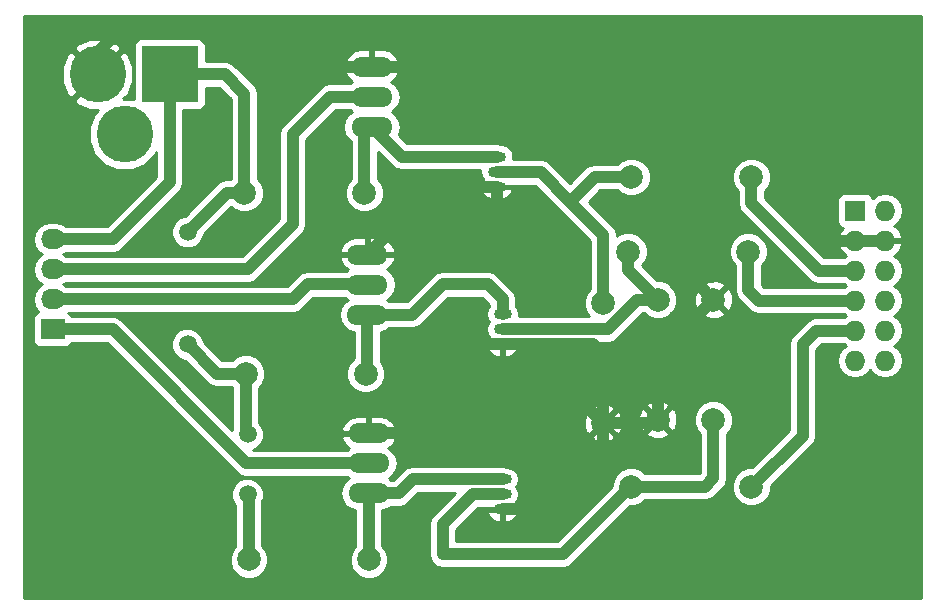
<source format=gbr>
G04 #@! TF.FileFunction,Copper,L2,Bot*
%FSLAX46Y46*%
G04 Gerber Fmt 4.6, Leading zero omitted, Abs format (unit mm)*
G04 Created by KiCad (PCBNEW 4.0.0-1rc2.201511201506+6189~38~ubuntu14.04.1-stable) date dom 29 nov 2015 21:26:02 COT*
%MOMM*%
G01*
G04 APERTURE LIST*
%ADD10C,0.100000*%
%ADD11C,4.800600*%
%ADD12R,4.800600X4.800600*%
%ADD13R,1.727200X1.727200*%
%ADD14O,1.727200X1.727200*%
%ADD15R,2.032000X1.727200*%
%ADD16O,2.032000X1.727200*%
%ADD17O,1.501140X0.899160*%
%ADD18O,3.500120X1.699260*%
%ADD19C,1.998980*%
%ADD20C,1.500000*%
%ADD21C,1.000000*%
%ADD22C,0.254000*%
G04 APERTURE END LIST*
D10*
D11*
X115570000Y-45720000D03*
D12*
X121666000Y-45720000D03*
D11*
X117856000Y-50800000D03*
D13*
X179717700Y-57251600D03*
D14*
X182257700Y-57251600D03*
X179717700Y-59791600D03*
X182257700Y-59791600D03*
X179717700Y-62331600D03*
X182257700Y-62331600D03*
X179717700Y-64871600D03*
X182257700Y-64871600D03*
X179717700Y-67411600D03*
X182257700Y-67411600D03*
X179717700Y-69951600D03*
X182257700Y-69951600D03*
D15*
X111760000Y-67310000D03*
D16*
X111760000Y-64770000D03*
X111760000Y-62230000D03*
X111760000Y-59690000D03*
D17*
X149860000Y-81280000D03*
X149860000Y-80010000D03*
X149860000Y-82550000D03*
X149860000Y-67310000D03*
X149860000Y-66040000D03*
X149860000Y-68580000D03*
X149377400Y-53949600D03*
X149377400Y-52679600D03*
X149377400Y-55219600D03*
D18*
X138417300Y-63512700D03*
X138417300Y-66052700D03*
X138417300Y-60972700D03*
X138798300Y-47625000D03*
X138798300Y-50165000D03*
X138798300Y-45085000D03*
X138547000Y-78639000D03*
X138547000Y-81179000D03*
X138547000Y-76099000D03*
D19*
X160502600Y-60718700D03*
X170662600Y-60718700D03*
X160769300Y-80632300D03*
X170929300Y-80632300D03*
X160769300Y-54406800D03*
X170929300Y-54406800D03*
X163004500Y-64795400D03*
X163004500Y-74955400D03*
X167716200Y-74955400D03*
X167716200Y-64795400D03*
X158381700Y-65062100D03*
X158381700Y-75222100D03*
X128384300Y-86791800D03*
X138544300Y-86791800D03*
X128104900Y-71056500D03*
X138264900Y-71056500D03*
X128003300Y-55740300D03*
X138163300Y-55740300D03*
D20*
X146050000Y-60960000D03*
X146050000Y-66040000D03*
X123190000Y-59055000D03*
X123190000Y-68580000D03*
X128270000Y-76200000D03*
X128270000Y-81280000D03*
D21*
X138798300Y-45085000D02*
X161925000Y-45085000D01*
X161925000Y-45085000D02*
X167005000Y-50165000D01*
X138798300Y-45085000D02*
X128905000Y-45085000D01*
X118110000Y-41275000D02*
X115570000Y-43815000D01*
X125095000Y-41275000D02*
X118110000Y-41275000D01*
X128905000Y-45085000D02*
X125095000Y-41275000D01*
X115570000Y-43815000D02*
X115570000Y-45720000D01*
X158381700Y-75222100D02*
X158381700Y-69481700D01*
X158381700Y-69481700D02*
X157480000Y-68580000D01*
X157480000Y-68580000D02*
X149860000Y-68580000D01*
X149377400Y-55219600D02*
X149377400Y-57632600D01*
X149377400Y-57632600D02*
X146050000Y-60960000D01*
X146050000Y-66040000D02*
X148590000Y-68580000D01*
X148590000Y-68580000D02*
X149860000Y-68580000D01*
X149377400Y-55219600D02*
X144170400Y-55219600D01*
X144170400Y-55219600D02*
X138417300Y-60972700D01*
X149860000Y-82550000D02*
X153670000Y-82550000D01*
X158381700Y-77838300D02*
X158381700Y-75222100D01*
X153670000Y-82550000D02*
X158381700Y-77838300D01*
X138547000Y-76083000D02*
X138547000Y-76099000D01*
X158381700Y-75298300D02*
X158381700Y-75222100D01*
X167716200Y-64795400D02*
X167665400Y-64795400D01*
X167665400Y-64795400D02*
X166370000Y-63500000D01*
X166370000Y-63500000D02*
X166370000Y-50800000D01*
X166370000Y-50800000D02*
X167005000Y-50165000D01*
X177901600Y-59791600D02*
X179717700Y-59791600D01*
X167005000Y-50165000D02*
X167640000Y-49530000D01*
X167640000Y-49530000D02*
X170180000Y-49530000D01*
X170180000Y-49530000D02*
X175260000Y-54610000D01*
X175260000Y-54610000D02*
X175260000Y-57150000D01*
X175260000Y-57150000D02*
X177901600Y-59791600D01*
X182257700Y-59791600D02*
X179717700Y-59791600D01*
X163004500Y-74955400D02*
X163004500Y-69507100D01*
X163004500Y-69507100D02*
X167716200Y-64795400D01*
X158381700Y-75222100D02*
X162737800Y-75222100D01*
X162737800Y-75222100D02*
X163004500Y-74955400D01*
X138547000Y-76099000D02*
X146151000Y-76099000D01*
X155549600Y-72390000D02*
X158381700Y-75222100D01*
X149860000Y-72390000D02*
X155549600Y-72390000D01*
X146151000Y-76099000D02*
X149860000Y-72390000D01*
X111760000Y-59690000D02*
X116840000Y-59690000D01*
X121666000Y-54864000D02*
X121666000Y-45720000D01*
X116840000Y-59690000D02*
X121666000Y-54864000D01*
X128104900Y-71056500D02*
X125666500Y-71056500D01*
X126504700Y-55740300D02*
X128003300Y-55740300D01*
X123190000Y-59055000D02*
X126504700Y-55740300D01*
X125666500Y-71056500D02*
X123190000Y-68580000D01*
X128384300Y-86791800D02*
X128384300Y-81394300D01*
X128104900Y-76034900D02*
X128104900Y-71056500D01*
X128270000Y-76200000D02*
X128104900Y-76034900D01*
X128384300Y-81394300D02*
X128270000Y-81280000D01*
X128003300Y-55740300D02*
X128003300Y-47358300D01*
X128003300Y-47358300D02*
X126365000Y-45720000D01*
X126365000Y-45720000D02*
X121666000Y-45720000D01*
X179717700Y-62331600D02*
X176631600Y-62331600D01*
X176631600Y-62331600D02*
X170929300Y-56629300D01*
X170929300Y-56629300D02*
X170929300Y-54406800D01*
X170662600Y-60718700D02*
X170662600Y-63982600D01*
X170662600Y-63982600D02*
X171551600Y-64871600D01*
X171551600Y-64871600D02*
X179717700Y-64871600D01*
X111760000Y-67310000D02*
X116840000Y-67310000D01*
X128169000Y-78639000D02*
X138547000Y-78639000D01*
X116840000Y-67310000D02*
X128169000Y-78639000D01*
X111760000Y-64770000D02*
X132080000Y-64770000D01*
X133350000Y-63500000D02*
X138404600Y-63500000D01*
X132080000Y-64770000D02*
X133350000Y-63500000D01*
X138404600Y-63500000D02*
X138417300Y-63512700D01*
X111760000Y-62230000D02*
X128270000Y-62230000D01*
X135255000Y-47625000D02*
X138798300Y-47625000D01*
X132080000Y-50800000D02*
X135255000Y-47625000D01*
X132080000Y-58420000D02*
X132080000Y-50800000D01*
X128270000Y-62230000D02*
X132080000Y-58420000D01*
X149860000Y-80010000D02*
X142240000Y-80010000D01*
X141071000Y-81179000D02*
X138547000Y-81179000D01*
X142240000Y-80010000D02*
X141071000Y-81179000D01*
X138648000Y-81280000D02*
X138547000Y-81179000D01*
X138547000Y-81179000D02*
X138547000Y-86789100D01*
X138547000Y-86789100D02*
X138544300Y-86791800D01*
X149860000Y-66040000D02*
X149860000Y-64770000D01*
X142227300Y-66052700D02*
X138417300Y-66052700D01*
X144780000Y-63500000D02*
X142227300Y-66052700D01*
X148590000Y-63500000D02*
X144780000Y-63500000D01*
X149860000Y-64770000D02*
X148590000Y-63500000D01*
X138417300Y-70904100D02*
X138417300Y-69862700D01*
X138417300Y-66052700D02*
X138417300Y-69862700D01*
X138417300Y-69862700D02*
X138417300Y-70904100D01*
X138417300Y-70904100D02*
X138264900Y-71056500D01*
X149377400Y-52679600D02*
X141312900Y-52679600D01*
X141312900Y-52679600D02*
X138798300Y-50165000D01*
X138163300Y-55740300D02*
X138163300Y-50800000D01*
X138163300Y-50800000D02*
X138798300Y-50165000D01*
X179717700Y-67411600D02*
X176428400Y-67411600D01*
X176428400Y-67411600D02*
X175260000Y-68580000D01*
X175260000Y-68580000D02*
X175260000Y-76301600D01*
X175260000Y-76301600D02*
X170929300Y-80632300D01*
X160769300Y-80632300D02*
X160667700Y-80632300D01*
X160667700Y-80632300D02*
X154940000Y-86360000D01*
X147320000Y-81280000D02*
X149860000Y-81280000D01*
X144780000Y-83820000D02*
X147320000Y-81280000D01*
X144780000Y-86360000D02*
X144780000Y-83820000D01*
X154940000Y-86360000D02*
X144780000Y-86360000D01*
X167716200Y-74955400D02*
X167716200Y-79933800D01*
X167017700Y-80632300D02*
X160769300Y-80632300D01*
X167716200Y-79933800D02*
X167017700Y-80632300D01*
X163004500Y-64795400D02*
X161264600Y-64795400D01*
X161264600Y-64795400D02*
X158750000Y-67310000D01*
X158750000Y-67310000D02*
X149860000Y-67310000D01*
X160502600Y-60718700D02*
X160502600Y-62293500D01*
X160502600Y-62293500D02*
X163004500Y-64795400D01*
X162534600Y-64795400D02*
X163004500Y-64795400D01*
X162534600Y-64795400D02*
X163004500Y-64795400D01*
X160769300Y-54406800D02*
X157683200Y-54406800D01*
X157683200Y-54406800D02*
X155575000Y-56515000D01*
X158381700Y-65062100D02*
X158381700Y-59321700D01*
X153079598Y-54019598D02*
X149377400Y-54019598D01*
X158381700Y-59321700D02*
X155575000Y-56515000D01*
X155575000Y-56515000D02*
X153079598Y-54019598D01*
X149377400Y-54019598D02*
X149377400Y-53949600D01*
X149377400Y-54019598D02*
X149377400Y-53949600D01*
D22*
G36*
X185293000Y-90043000D02*
X109347000Y-90043000D01*
X109347000Y-87115494D01*
X126749526Y-87115494D01*
X126997838Y-87716455D01*
X127457227Y-88176646D01*
X128057753Y-88426006D01*
X128707994Y-88426574D01*
X129308955Y-88178262D01*
X129769146Y-87718873D01*
X130018506Y-87118347D01*
X130019074Y-86468106D01*
X129770762Y-85867145D01*
X129519300Y-85615244D01*
X129519300Y-81882923D01*
X129654759Y-81556702D01*
X129655240Y-81005715D01*
X129444831Y-80496485D01*
X129055564Y-80106539D01*
X128546702Y-79895241D01*
X127995715Y-79894760D01*
X127486485Y-80105169D01*
X127096539Y-80494436D01*
X126885241Y-81003298D01*
X126884760Y-81554285D01*
X127095169Y-82063515D01*
X127249300Y-82217915D01*
X127249300Y-85615316D01*
X126999454Y-85864727D01*
X126750094Y-86465253D01*
X126749526Y-87115494D01*
X109347000Y-87115494D01*
X109347000Y-59690000D01*
X110076655Y-59690000D01*
X110190729Y-60263489D01*
X110515585Y-60749670D01*
X110830366Y-60960000D01*
X110515585Y-61170330D01*
X110190729Y-61656511D01*
X110076655Y-62230000D01*
X110190729Y-62803489D01*
X110515585Y-63289670D01*
X110830366Y-63500000D01*
X110515585Y-63710330D01*
X110190729Y-64196511D01*
X110076655Y-64770000D01*
X110190729Y-65343489D01*
X110515585Y-65829670D01*
X110529913Y-65839243D01*
X110508683Y-65843238D01*
X110292559Y-65982310D01*
X110147569Y-66194510D01*
X110096560Y-66446400D01*
X110096560Y-68173600D01*
X110140838Y-68408917D01*
X110279910Y-68625041D01*
X110492110Y-68770031D01*
X110744000Y-68821040D01*
X112776000Y-68821040D01*
X113011317Y-68776762D01*
X113227441Y-68637690D01*
X113359100Y-68445000D01*
X116369868Y-68445000D01*
X127366433Y-79441566D01*
X127734654Y-79687603D01*
X128169000Y-79774000D01*
X136677575Y-79774000D01*
X136879617Y-79909000D01*
X136550052Y-80129208D01*
X136228225Y-80610857D01*
X136115214Y-81179000D01*
X136228225Y-81747143D01*
X136550052Y-82228792D01*
X137031701Y-82550619D01*
X137412000Y-82626265D01*
X137412000Y-85612621D01*
X137159454Y-85864727D01*
X136910094Y-86465253D01*
X136909526Y-87115494D01*
X137157838Y-87716455D01*
X137617227Y-88176646D01*
X138217753Y-88426006D01*
X138867994Y-88426574D01*
X139468955Y-88178262D01*
X139929146Y-87718873D01*
X140178506Y-87118347D01*
X140179074Y-86468106D01*
X139930762Y-85867145D01*
X139682000Y-85617949D01*
X139682000Y-82626265D01*
X140062299Y-82550619D01*
X140416425Y-82314000D01*
X141071000Y-82314000D01*
X141505346Y-82227603D01*
X141873566Y-81981566D01*
X142710132Y-81145000D01*
X145849867Y-81145000D01*
X143977434Y-83017434D01*
X143731397Y-83385654D01*
X143645000Y-83820000D01*
X143645000Y-86360000D01*
X143731397Y-86794346D01*
X143977434Y-87162566D01*
X144345654Y-87408603D01*
X144780000Y-87495000D01*
X154940000Y-87495000D01*
X155374346Y-87408603D01*
X155742566Y-87162566D01*
X160638455Y-82266677D01*
X161092994Y-82267074D01*
X161693955Y-82018762D01*
X161945856Y-81767300D01*
X167017700Y-81767300D01*
X167452046Y-81680903D01*
X167820266Y-81434866D01*
X168518766Y-80736366D01*
X168588301Y-80632300D01*
X168764803Y-80368146D01*
X168851200Y-79933800D01*
X168851200Y-76131884D01*
X169101046Y-75882473D01*
X169350406Y-75281947D01*
X169350974Y-74631706D01*
X169102662Y-74030745D01*
X168643273Y-73570554D01*
X168042747Y-73321194D01*
X167392506Y-73320626D01*
X166791545Y-73568938D01*
X166331354Y-74028327D01*
X166081994Y-74628853D01*
X166081426Y-75279094D01*
X166329738Y-75880055D01*
X166581200Y-76131956D01*
X166581200Y-79463668D01*
X166547568Y-79497300D01*
X161945784Y-79497300D01*
X161696373Y-79247454D01*
X161095847Y-78998094D01*
X160445606Y-78997526D01*
X159844645Y-79245838D01*
X159384454Y-79705227D01*
X159135094Y-80305753D01*
X159134872Y-80559996D01*
X154469868Y-85225000D01*
X145915000Y-85225000D01*
X145915000Y-84290132D01*
X147361197Y-82843935D01*
X148515019Y-82843935D01*
X148702294Y-83227111D01*
X149026627Y-83503420D01*
X149432010Y-83634580D01*
X149733000Y-83634580D01*
X149733000Y-82677000D01*
X149987000Y-82677000D01*
X149987000Y-83634580D01*
X150287990Y-83634580D01*
X150693373Y-83503420D01*
X151017706Y-83227111D01*
X151204981Y-82843935D01*
X151078068Y-82677000D01*
X149987000Y-82677000D01*
X149733000Y-82677000D01*
X148641932Y-82677000D01*
X148515019Y-82843935D01*
X147361197Y-82843935D01*
X147790133Y-82415000D01*
X148635850Y-82415000D01*
X148641932Y-82423000D01*
X149733000Y-82423000D01*
X149733000Y-82415000D01*
X149860000Y-82415000D01*
X149920328Y-82403000D01*
X149987000Y-82403000D01*
X149987000Y-82423000D01*
X151078068Y-82423000D01*
X151204981Y-82256065D01*
X151040359Y-81919238D01*
X151190156Y-81695051D01*
X151272715Y-81280000D01*
X151190156Y-80864949D01*
X151043191Y-80645000D01*
X151190156Y-80425051D01*
X151272715Y-80010000D01*
X151190156Y-79594949D01*
X150955049Y-79243086D01*
X150603186Y-79007979D01*
X150188135Y-78925420D01*
X150113478Y-78925420D01*
X149860000Y-78875000D01*
X142240000Y-78875000D01*
X141805655Y-78961396D01*
X141437434Y-79207434D01*
X140600868Y-80044000D01*
X140416425Y-80044000D01*
X140214383Y-79909000D01*
X140543948Y-79688792D01*
X140865775Y-79207143D01*
X140978786Y-78639000D01*
X140865775Y-78070857D01*
X140543948Y-77589208D01*
X140206127Y-77363484D01*
X140587024Y-77058989D01*
X140867649Y-76549810D01*
X140888540Y-76455832D01*
X140845481Y-76374263D01*
X157409143Y-76374263D01*
X157507742Y-76641065D01*
X158117282Y-76867501D01*
X158767077Y-76843441D01*
X159255658Y-76641065D01*
X159354257Y-76374263D01*
X158381700Y-75401705D01*
X157409143Y-76374263D01*
X140845481Y-76374263D01*
X140767214Y-76226000D01*
X138674000Y-76226000D01*
X138674000Y-76246000D01*
X138420000Y-76246000D01*
X138420000Y-76226000D01*
X136326786Y-76226000D01*
X136205460Y-76455832D01*
X136226351Y-76549810D01*
X136506976Y-77058989D01*
X136887873Y-77363484D01*
X136677575Y-77504000D01*
X128740901Y-77504000D01*
X129053515Y-77374831D01*
X129443461Y-76985564D01*
X129654759Y-76476702D01*
X129655240Y-75925715D01*
X129579401Y-75742168D01*
X136205460Y-75742168D01*
X136326786Y-75972000D01*
X138420000Y-75972000D01*
X138420000Y-74614370D01*
X138674000Y-74614370D01*
X138674000Y-75972000D01*
X140767214Y-75972000D01*
X140888540Y-75742168D01*
X140867649Y-75648190D01*
X140587024Y-75139011D01*
X140360198Y-74957682D01*
X156736299Y-74957682D01*
X156760359Y-75607477D01*
X156962735Y-76096058D01*
X157229537Y-76194657D01*
X158202095Y-75222100D01*
X158561305Y-75222100D01*
X159533863Y-76194657D01*
X159769533Y-76107563D01*
X162031943Y-76107563D01*
X162130542Y-76374365D01*
X162740082Y-76600801D01*
X163389877Y-76576741D01*
X163878458Y-76374365D01*
X163977057Y-76107563D01*
X163004500Y-75135005D01*
X162031943Y-76107563D01*
X159769533Y-76107563D01*
X159800665Y-76096058D01*
X160027101Y-75486518D01*
X160003041Y-74836723D01*
X159942674Y-74690982D01*
X161359099Y-74690982D01*
X161383159Y-75340777D01*
X161585535Y-75829358D01*
X161852337Y-75927957D01*
X162824895Y-74955400D01*
X163184105Y-74955400D01*
X164156663Y-75927957D01*
X164423465Y-75829358D01*
X164649901Y-75219818D01*
X164625841Y-74570023D01*
X164423465Y-74081442D01*
X164156663Y-73982843D01*
X163184105Y-74955400D01*
X162824895Y-74955400D01*
X161852337Y-73982843D01*
X161585535Y-74081442D01*
X161359099Y-74690982D01*
X159942674Y-74690982D01*
X159800665Y-74348142D01*
X159533863Y-74249543D01*
X158561305Y-75222100D01*
X158202095Y-75222100D01*
X157229537Y-74249543D01*
X156962735Y-74348142D01*
X156736299Y-74957682D01*
X140360198Y-74957682D01*
X140132906Y-74775982D01*
X139574430Y-74614370D01*
X138674000Y-74614370D01*
X138420000Y-74614370D01*
X137519570Y-74614370D01*
X136961094Y-74775982D01*
X136506976Y-75139011D01*
X136226351Y-75648190D01*
X136205460Y-75742168D01*
X129579401Y-75742168D01*
X129444831Y-75416485D01*
X129239900Y-75211197D01*
X129239900Y-74069937D01*
X157409143Y-74069937D01*
X158381700Y-75042495D01*
X159354257Y-74069937D01*
X159255696Y-73803237D01*
X162031943Y-73803237D01*
X163004500Y-74775795D01*
X163977057Y-73803237D01*
X163878458Y-73536435D01*
X163268918Y-73309999D01*
X162619123Y-73334059D01*
X162130542Y-73536435D01*
X162031943Y-73803237D01*
X159255696Y-73803237D01*
X159255658Y-73803135D01*
X158646118Y-73576699D01*
X157996323Y-73600759D01*
X157507742Y-73803135D01*
X157409143Y-74069937D01*
X129239900Y-74069937D01*
X129239900Y-72232984D01*
X129489746Y-71983573D01*
X129739106Y-71383047D01*
X129739674Y-70732806D01*
X129491362Y-70131845D01*
X129031973Y-69671654D01*
X128431447Y-69422294D01*
X127781206Y-69421726D01*
X127180245Y-69670038D01*
X126928344Y-69921500D01*
X126136632Y-69921500D01*
X124575193Y-68360061D01*
X124575240Y-68305715D01*
X124364831Y-67796485D01*
X123975564Y-67406539D01*
X123466702Y-67195241D01*
X122915715Y-67194760D01*
X122406485Y-67405169D01*
X122016539Y-67794436D01*
X121805241Y-68303298D01*
X121804760Y-68854285D01*
X122015169Y-69363515D01*
X122404436Y-69753461D01*
X122913298Y-69964759D01*
X122969676Y-69964808D01*
X124863934Y-71859066D01*
X125232154Y-72105103D01*
X125666500Y-72191500D01*
X126928416Y-72191500D01*
X126969900Y-72233056D01*
X126969900Y-75719417D01*
X126936056Y-75800923D01*
X117642566Y-66507434D01*
X117506834Y-66416741D01*
X117274346Y-66261397D01*
X116840000Y-66175000D01*
X113355943Y-66175000D01*
X113240090Y-65994959D01*
X113108431Y-65905000D01*
X132080000Y-65905000D01*
X132514346Y-65818603D01*
X132882566Y-65572566D01*
X133820132Y-64635000D01*
X136528868Y-64635000D01*
X136749917Y-64782700D01*
X136420352Y-65002908D01*
X136098525Y-65484557D01*
X135985514Y-66052700D01*
X136098525Y-66620843D01*
X136420352Y-67102492D01*
X136902001Y-67424319D01*
X137282300Y-67499965D01*
X137282300Y-69727882D01*
X136880054Y-70129427D01*
X136630694Y-70729953D01*
X136630126Y-71380194D01*
X136878438Y-71981155D01*
X137337827Y-72441346D01*
X137938353Y-72690706D01*
X138588594Y-72691274D01*
X139189555Y-72442962D01*
X139649746Y-71983573D01*
X139899106Y-71383047D01*
X139899674Y-70732806D01*
X139651362Y-70131845D01*
X139552300Y-70032610D01*
X139552300Y-68873935D01*
X148515019Y-68873935D01*
X148702294Y-69257111D01*
X149026627Y-69533420D01*
X149432010Y-69664580D01*
X149733000Y-69664580D01*
X149733000Y-68707000D01*
X149987000Y-68707000D01*
X149987000Y-69664580D01*
X150287990Y-69664580D01*
X150693373Y-69533420D01*
X151017706Y-69257111D01*
X151204981Y-68873935D01*
X151078068Y-68707000D01*
X149987000Y-68707000D01*
X149733000Y-68707000D01*
X148641932Y-68707000D01*
X148515019Y-68873935D01*
X139552300Y-68873935D01*
X139552300Y-67499965D01*
X139932599Y-67424319D01*
X140286725Y-67187700D01*
X142227300Y-67187700D01*
X142661646Y-67101303D01*
X143029866Y-66855266D01*
X145250132Y-64635000D01*
X148119868Y-64635000D01*
X148725000Y-65240132D01*
X148725000Y-65332877D01*
X148529844Y-65624949D01*
X148447285Y-66040000D01*
X148529844Y-66455051D01*
X148676809Y-66675000D01*
X148529844Y-66894949D01*
X148447285Y-67310000D01*
X148529844Y-67725051D01*
X148679641Y-67949238D01*
X148515019Y-68286065D01*
X148641932Y-68453000D01*
X149733000Y-68453000D01*
X149733000Y-68433000D01*
X149799672Y-68433000D01*
X149860000Y-68445000D01*
X149987000Y-68445000D01*
X149987000Y-68453000D01*
X151078068Y-68453000D01*
X151084150Y-68445000D01*
X158750000Y-68445000D01*
X159184346Y-68358603D01*
X159552566Y-68112566D01*
X161734732Y-65930400D01*
X161828016Y-65930400D01*
X162077427Y-66180246D01*
X162677953Y-66429606D01*
X163328194Y-66430174D01*
X163929155Y-66181862D01*
X164163863Y-65947563D01*
X166743643Y-65947563D01*
X166842242Y-66214365D01*
X167451782Y-66440801D01*
X168101577Y-66416741D01*
X168590158Y-66214365D01*
X168688757Y-65947563D01*
X167716200Y-64975005D01*
X166743643Y-65947563D01*
X164163863Y-65947563D01*
X164389346Y-65722473D01*
X164638706Y-65121947D01*
X164639222Y-64530982D01*
X166070799Y-64530982D01*
X166094859Y-65180777D01*
X166297235Y-65669358D01*
X166564037Y-65767957D01*
X167536595Y-64795400D01*
X167895805Y-64795400D01*
X168868363Y-65767957D01*
X169135165Y-65669358D01*
X169361601Y-65059818D01*
X169337541Y-64410023D01*
X169135165Y-63921442D01*
X168868363Y-63822843D01*
X167895805Y-64795400D01*
X167536595Y-64795400D01*
X166564037Y-63822843D01*
X166297235Y-63921442D01*
X166070799Y-64530982D01*
X164639222Y-64530982D01*
X164639274Y-64471706D01*
X164390962Y-63870745D01*
X164163851Y-63643237D01*
X166743643Y-63643237D01*
X167716200Y-64615795D01*
X168688757Y-63643237D01*
X168590158Y-63376435D01*
X167980618Y-63149999D01*
X167330823Y-63174059D01*
X166842242Y-63376435D01*
X166743643Y-63643237D01*
X164163851Y-63643237D01*
X163931573Y-63410554D01*
X163331047Y-63161194D01*
X162975115Y-63160883D01*
X161673539Y-61859307D01*
X161887446Y-61645773D01*
X162136806Y-61045247D01*
X162136808Y-61042394D01*
X169027826Y-61042394D01*
X169276138Y-61643355D01*
X169527600Y-61895256D01*
X169527600Y-63982600D01*
X169613997Y-64416946D01*
X169710454Y-64561304D01*
X169860034Y-64785166D01*
X170749034Y-65674166D01*
X171117254Y-65920203D01*
X171551600Y-66006600D01*
X178741410Y-66006600D01*
X178943452Y-66141600D01*
X178741410Y-66276600D01*
X176428400Y-66276600D01*
X175994054Y-66362997D01*
X175808402Y-66487046D01*
X175625834Y-66609034D01*
X174457434Y-67777434D01*
X174211397Y-68145654D01*
X174125000Y-68580000D01*
X174125000Y-75831468D01*
X170958634Y-78997834D01*
X170605606Y-78997526D01*
X170004645Y-79245838D01*
X169544454Y-79705227D01*
X169295094Y-80305753D01*
X169294526Y-80955994D01*
X169542838Y-81556955D01*
X170002227Y-82017146D01*
X170602753Y-82266506D01*
X171252994Y-82267074D01*
X171853955Y-82018762D01*
X172314146Y-81559373D01*
X172563506Y-80958847D01*
X172563817Y-80602915D01*
X176062566Y-77104166D01*
X176308604Y-76735945D01*
X176395000Y-76301600D01*
X176395000Y-69050132D01*
X176898532Y-68546600D01*
X178741410Y-68546600D01*
X178943452Y-68681600D01*
X178628671Y-68891930D01*
X178303815Y-69378111D01*
X178189741Y-69951600D01*
X178303815Y-70525089D01*
X178628671Y-71011270D01*
X179114852Y-71336126D01*
X179688341Y-71450200D01*
X179747059Y-71450200D01*
X180320548Y-71336126D01*
X180806729Y-71011270D01*
X180987700Y-70740428D01*
X181168671Y-71011270D01*
X181654852Y-71336126D01*
X182228341Y-71450200D01*
X182287059Y-71450200D01*
X182860548Y-71336126D01*
X183346729Y-71011270D01*
X183671585Y-70525089D01*
X183785659Y-69951600D01*
X183671585Y-69378111D01*
X183346729Y-68891930D01*
X183031948Y-68681600D01*
X183346729Y-68471270D01*
X183671585Y-67985089D01*
X183785659Y-67411600D01*
X183671585Y-66838111D01*
X183346729Y-66351930D01*
X183031948Y-66141600D01*
X183346729Y-65931270D01*
X183671585Y-65445089D01*
X183785659Y-64871600D01*
X183671585Y-64298111D01*
X183346729Y-63811930D01*
X183031948Y-63601600D01*
X183346729Y-63391270D01*
X183671585Y-62905089D01*
X183785659Y-62331600D01*
X183671585Y-61758111D01*
X183346729Y-61271930D01*
X183023472Y-61055936D01*
X183146190Y-60998421D01*
X183540388Y-60566547D01*
X183712658Y-60150626D01*
X183591517Y-59918600D01*
X182384700Y-59918600D01*
X182384700Y-59938600D01*
X182130700Y-59938600D01*
X182130700Y-59918600D01*
X179844700Y-59918600D01*
X179844700Y-59938600D01*
X179590700Y-59938600D01*
X179590700Y-59918600D01*
X178383883Y-59918600D01*
X178262742Y-60150626D01*
X178435012Y-60566547D01*
X178829210Y-60998421D01*
X178951928Y-61055936D01*
X178741410Y-61196600D01*
X177101732Y-61196600D01*
X172293132Y-56388000D01*
X178206660Y-56388000D01*
X178206660Y-58115200D01*
X178250938Y-58350517D01*
X178390010Y-58566641D01*
X178602210Y-58711631D01*
X178696075Y-58730639D01*
X178435012Y-59016653D01*
X178262742Y-59432574D01*
X178383883Y-59664600D01*
X179590700Y-59664600D01*
X179590700Y-59644600D01*
X179844700Y-59644600D01*
X179844700Y-59664600D01*
X182130700Y-59664600D01*
X182130700Y-59644600D01*
X182384700Y-59644600D01*
X182384700Y-59664600D01*
X183591517Y-59664600D01*
X183712658Y-59432574D01*
X183540388Y-59016653D01*
X183146190Y-58584779D01*
X183023472Y-58527264D01*
X183346729Y-58311270D01*
X183671585Y-57825089D01*
X183785659Y-57251600D01*
X183671585Y-56678111D01*
X183346729Y-56191930D01*
X182860548Y-55867074D01*
X182287059Y-55753000D01*
X182228341Y-55753000D01*
X181654852Y-55867074D01*
X181189258Y-56178174D01*
X181184462Y-56152683D01*
X181045390Y-55936559D01*
X180833190Y-55791569D01*
X180581300Y-55740560D01*
X178854100Y-55740560D01*
X178618783Y-55784838D01*
X178402659Y-55923910D01*
X178257669Y-56136110D01*
X178206660Y-56388000D01*
X172293132Y-56388000D01*
X172064300Y-56159168D01*
X172064300Y-55583284D01*
X172314146Y-55333873D01*
X172563506Y-54733347D01*
X172564074Y-54083106D01*
X172315762Y-53482145D01*
X171856373Y-53021954D01*
X171255847Y-52772594D01*
X170605606Y-52772026D01*
X170004645Y-53020338D01*
X169544454Y-53479727D01*
X169295094Y-54080253D01*
X169294526Y-54730494D01*
X169542838Y-55331455D01*
X169794300Y-55583356D01*
X169794300Y-56629300D01*
X169880697Y-57063646D01*
X169922870Y-57126762D01*
X170126734Y-57431866D01*
X175829034Y-63134166D01*
X176197254Y-63380203D01*
X176631600Y-63466600D01*
X178741410Y-63466600D01*
X178943452Y-63601600D01*
X178741410Y-63736600D01*
X172021732Y-63736600D01*
X171797600Y-63512468D01*
X171797600Y-61895184D01*
X172047446Y-61645773D01*
X172296806Y-61045247D01*
X172297374Y-60395006D01*
X172049062Y-59794045D01*
X171589673Y-59333854D01*
X170989147Y-59084494D01*
X170338906Y-59083926D01*
X169737945Y-59332238D01*
X169277754Y-59791627D01*
X169028394Y-60392153D01*
X169027826Y-61042394D01*
X162136808Y-61042394D01*
X162137374Y-60395006D01*
X161889062Y-59794045D01*
X161429673Y-59333854D01*
X160829147Y-59084494D01*
X160178906Y-59083926D01*
X159577945Y-59332238D01*
X159516700Y-59393376D01*
X159516700Y-59321700D01*
X159430303Y-58887354D01*
X159184266Y-58519134D01*
X157180132Y-56515000D01*
X158153332Y-55541800D01*
X159592816Y-55541800D01*
X159842227Y-55791646D01*
X160442753Y-56041006D01*
X161092994Y-56041574D01*
X161693955Y-55793262D01*
X162154146Y-55333873D01*
X162403506Y-54733347D01*
X162404074Y-54083106D01*
X162155762Y-53482145D01*
X161696373Y-53021954D01*
X161095847Y-52772594D01*
X160445606Y-52772026D01*
X159844645Y-53020338D01*
X159592744Y-53271800D01*
X157683200Y-53271800D01*
X157248854Y-53358197D01*
X157013802Y-53515254D01*
X156880634Y-53604234D01*
X155575000Y-54909868D01*
X153882164Y-53217032D01*
X153513944Y-52970995D01*
X153079598Y-52884598D01*
X150749338Y-52884598D01*
X150790115Y-52679600D01*
X150707556Y-52264549D01*
X150472449Y-51912686D01*
X150120586Y-51677579D01*
X149705535Y-51595020D01*
X149630878Y-51595020D01*
X149377400Y-51544600D01*
X141783032Y-51544600D01*
X141058796Y-50820364D01*
X141117075Y-50733143D01*
X141230086Y-50165000D01*
X141117075Y-49596857D01*
X140795248Y-49115208D01*
X140465683Y-48895000D01*
X140795248Y-48674792D01*
X141117075Y-48193143D01*
X141230086Y-47625000D01*
X141117075Y-47056857D01*
X140795248Y-46575208D01*
X140457427Y-46349484D01*
X140838324Y-46044989D01*
X141118949Y-45535810D01*
X141139840Y-45441832D01*
X141018514Y-45212000D01*
X138925300Y-45212000D01*
X138925300Y-45232000D01*
X138671300Y-45232000D01*
X138671300Y-45212000D01*
X136578086Y-45212000D01*
X136456760Y-45441832D01*
X136477651Y-45535810D01*
X136758276Y-46044989D01*
X137139173Y-46349484D01*
X136928875Y-46490000D01*
X135255000Y-46490000D01*
X134820654Y-46576397D01*
X134532998Y-46768603D01*
X134452434Y-46822434D01*
X131277434Y-49997434D01*
X131031397Y-50365654D01*
X130945000Y-50800000D01*
X130945000Y-57949868D01*
X127799868Y-61095000D01*
X112891676Y-61095000D01*
X112689634Y-60960000D01*
X112891676Y-60825000D01*
X116840000Y-60825000D01*
X117274346Y-60738603D01*
X117642566Y-60492566D01*
X122468566Y-55666566D01*
X122714604Y-55298345D01*
X122801000Y-54864000D01*
X122801000Y-48767740D01*
X124066300Y-48767740D01*
X124301617Y-48723462D01*
X124517741Y-48584390D01*
X124662731Y-48372190D01*
X124713740Y-48120300D01*
X124713740Y-46855000D01*
X125894868Y-46855000D01*
X126868300Y-47828432D01*
X126868300Y-54563816D01*
X126826744Y-54605300D01*
X126504700Y-54605300D01*
X126070355Y-54691696D01*
X125702134Y-54937734D01*
X122970061Y-57669807D01*
X122915715Y-57669760D01*
X122406485Y-57880169D01*
X122016539Y-58269436D01*
X121805241Y-58778298D01*
X121804760Y-59329285D01*
X122015169Y-59838515D01*
X122404436Y-60228461D01*
X122913298Y-60439759D01*
X123464285Y-60440240D01*
X123973515Y-60229831D01*
X124363461Y-59840564D01*
X124574759Y-59331702D01*
X124574808Y-59275324D01*
X126900760Y-56949372D01*
X127076227Y-57125146D01*
X127676753Y-57374506D01*
X128326994Y-57375074D01*
X128927955Y-57126762D01*
X129388146Y-56667373D01*
X129637506Y-56066847D01*
X129638074Y-55416606D01*
X129389762Y-54815645D01*
X129138300Y-54563744D01*
X129138300Y-47358300D01*
X129051903Y-46923954D01*
X128805866Y-46555734D01*
X127167566Y-44917434D01*
X126884310Y-44728168D01*
X136456760Y-44728168D01*
X136578086Y-44958000D01*
X138671300Y-44958000D01*
X138671300Y-43600370D01*
X138925300Y-43600370D01*
X138925300Y-44958000D01*
X141018514Y-44958000D01*
X141139840Y-44728168D01*
X141118949Y-44634190D01*
X140838324Y-44125011D01*
X140384206Y-43761982D01*
X139825730Y-43600370D01*
X138925300Y-43600370D01*
X138671300Y-43600370D01*
X137770870Y-43600370D01*
X137212394Y-43761982D01*
X136758276Y-44125011D01*
X136477651Y-44634190D01*
X136456760Y-44728168D01*
X126884310Y-44728168D01*
X126799346Y-44671397D01*
X126365000Y-44585000D01*
X124713740Y-44585000D01*
X124713740Y-43319700D01*
X124669462Y-43084383D01*
X124530390Y-42868259D01*
X124318190Y-42723269D01*
X124066300Y-42672260D01*
X119265700Y-42672260D01*
X119030383Y-42716538D01*
X118814259Y-42855610D01*
X118669269Y-43067810D01*
X118618260Y-43319700D01*
X118618260Y-47829944D01*
X118462407Y-47765228D01*
X117794253Y-47764645D01*
X117733937Y-47704329D01*
X118146257Y-47434779D01*
X118606369Y-46318358D01*
X118604221Y-45110843D01*
X118146257Y-44005221D01*
X117733936Y-43735670D01*
X115749605Y-45720000D01*
X115763748Y-45734142D01*
X115584142Y-45913748D01*
X115570000Y-45899605D01*
X113585670Y-47883936D01*
X113855221Y-48296257D01*
X114971642Y-48756369D01*
X115608022Y-48755237D01*
X115284298Y-49078396D01*
X114821228Y-50193593D01*
X114820174Y-51401110D01*
X115281298Y-52517113D01*
X116134396Y-53371702D01*
X117249593Y-53834772D01*
X118457110Y-53835826D01*
X119573113Y-53374702D01*
X120427702Y-52521604D01*
X120531000Y-52272835D01*
X120531000Y-54393868D01*
X116369868Y-58555000D01*
X112891676Y-58555000D01*
X112518234Y-58305474D01*
X111944745Y-58191400D01*
X111575255Y-58191400D01*
X111001766Y-58305474D01*
X110515585Y-58630330D01*
X110190729Y-59116511D01*
X110076655Y-59690000D01*
X109347000Y-59690000D01*
X109347000Y-45121642D01*
X112533631Y-45121642D01*
X112535779Y-46329157D01*
X112993743Y-47434779D01*
X113406064Y-47704330D01*
X115390395Y-45720000D01*
X113406064Y-43735670D01*
X112993743Y-44005221D01*
X112533631Y-45121642D01*
X109347000Y-45121642D01*
X109347000Y-43556064D01*
X113585670Y-43556064D01*
X115570000Y-45540395D01*
X117554330Y-43556064D01*
X117284779Y-43143743D01*
X116168358Y-42683631D01*
X114960843Y-42685779D01*
X113855221Y-43143743D01*
X113585670Y-43556064D01*
X109347000Y-43556064D01*
X109347000Y-40767000D01*
X185293000Y-40767000D01*
X185293000Y-90043000D01*
X185293000Y-90043000D01*
G37*
X185293000Y-90043000D02*
X109347000Y-90043000D01*
X109347000Y-87115494D01*
X126749526Y-87115494D01*
X126997838Y-87716455D01*
X127457227Y-88176646D01*
X128057753Y-88426006D01*
X128707994Y-88426574D01*
X129308955Y-88178262D01*
X129769146Y-87718873D01*
X130018506Y-87118347D01*
X130019074Y-86468106D01*
X129770762Y-85867145D01*
X129519300Y-85615244D01*
X129519300Y-81882923D01*
X129654759Y-81556702D01*
X129655240Y-81005715D01*
X129444831Y-80496485D01*
X129055564Y-80106539D01*
X128546702Y-79895241D01*
X127995715Y-79894760D01*
X127486485Y-80105169D01*
X127096539Y-80494436D01*
X126885241Y-81003298D01*
X126884760Y-81554285D01*
X127095169Y-82063515D01*
X127249300Y-82217915D01*
X127249300Y-85615316D01*
X126999454Y-85864727D01*
X126750094Y-86465253D01*
X126749526Y-87115494D01*
X109347000Y-87115494D01*
X109347000Y-59690000D01*
X110076655Y-59690000D01*
X110190729Y-60263489D01*
X110515585Y-60749670D01*
X110830366Y-60960000D01*
X110515585Y-61170330D01*
X110190729Y-61656511D01*
X110076655Y-62230000D01*
X110190729Y-62803489D01*
X110515585Y-63289670D01*
X110830366Y-63500000D01*
X110515585Y-63710330D01*
X110190729Y-64196511D01*
X110076655Y-64770000D01*
X110190729Y-65343489D01*
X110515585Y-65829670D01*
X110529913Y-65839243D01*
X110508683Y-65843238D01*
X110292559Y-65982310D01*
X110147569Y-66194510D01*
X110096560Y-66446400D01*
X110096560Y-68173600D01*
X110140838Y-68408917D01*
X110279910Y-68625041D01*
X110492110Y-68770031D01*
X110744000Y-68821040D01*
X112776000Y-68821040D01*
X113011317Y-68776762D01*
X113227441Y-68637690D01*
X113359100Y-68445000D01*
X116369868Y-68445000D01*
X127366433Y-79441566D01*
X127734654Y-79687603D01*
X128169000Y-79774000D01*
X136677575Y-79774000D01*
X136879617Y-79909000D01*
X136550052Y-80129208D01*
X136228225Y-80610857D01*
X136115214Y-81179000D01*
X136228225Y-81747143D01*
X136550052Y-82228792D01*
X137031701Y-82550619D01*
X137412000Y-82626265D01*
X137412000Y-85612621D01*
X137159454Y-85864727D01*
X136910094Y-86465253D01*
X136909526Y-87115494D01*
X137157838Y-87716455D01*
X137617227Y-88176646D01*
X138217753Y-88426006D01*
X138867994Y-88426574D01*
X139468955Y-88178262D01*
X139929146Y-87718873D01*
X140178506Y-87118347D01*
X140179074Y-86468106D01*
X139930762Y-85867145D01*
X139682000Y-85617949D01*
X139682000Y-82626265D01*
X140062299Y-82550619D01*
X140416425Y-82314000D01*
X141071000Y-82314000D01*
X141505346Y-82227603D01*
X141873566Y-81981566D01*
X142710132Y-81145000D01*
X145849867Y-81145000D01*
X143977434Y-83017434D01*
X143731397Y-83385654D01*
X143645000Y-83820000D01*
X143645000Y-86360000D01*
X143731397Y-86794346D01*
X143977434Y-87162566D01*
X144345654Y-87408603D01*
X144780000Y-87495000D01*
X154940000Y-87495000D01*
X155374346Y-87408603D01*
X155742566Y-87162566D01*
X160638455Y-82266677D01*
X161092994Y-82267074D01*
X161693955Y-82018762D01*
X161945856Y-81767300D01*
X167017700Y-81767300D01*
X167452046Y-81680903D01*
X167820266Y-81434866D01*
X168518766Y-80736366D01*
X168588301Y-80632300D01*
X168764803Y-80368146D01*
X168851200Y-79933800D01*
X168851200Y-76131884D01*
X169101046Y-75882473D01*
X169350406Y-75281947D01*
X169350974Y-74631706D01*
X169102662Y-74030745D01*
X168643273Y-73570554D01*
X168042747Y-73321194D01*
X167392506Y-73320626D01*
X166791545Y-73568938D01*
X166331354Y-74028327D01*
X166081994Y-74628853D01*
X166081426Y-75279094D01*
X166329738Y-75880055D01*
X166581200Y-76131956D01*
X166581200Y-79463668D01*
X166547568Y-79497300D01*
X161945784Y-79497300D01*
X161696373Y-79247454D01*
X161095847Y-78998094D01*
X160445606Y-78997526D01*
X159844645Y-79245838D01*
X159384454Y-79705227D01*
X159135094Y-80305753D01*
X159134872Y-80559996D01*
X154469868Y-85225000D01*
X145915000Y-85225000D01*
X145915000Y-84290132D01*
X147361197Y-82843935D01*
X148515019Y-82843935D01*
X148702294Y-83227111D01*
X149026627Y-83503420D01*
X149432010Y-83634580D01*
X149733000Y-83634580D01*
X149733000Y-82677000D01*
X149987000Y-82677000D01*
X149987000Y-83634580D01*
X150287990Y-83634580D01*
X150693373Y-83503420D01*
X151017706Y-83227111D01*
X151204981Y-82843935D01*
X151078068Y-82677000D01*
X149987000Y-82677000D01*
X149733000Y-82677000D01*
X148641932Y-82677000D01*
X148515019Y-82843935D01*
X147361197Y-82843935D01*
X147790133Y-82415000D01*
X148635850Y-82415000D01*
X148641932Y-82423000D01*
X149733000Y-82423000D01*
X149733000Y-82415000D01*
X149860000Y-82415000D01*
X149920328Y-82403000D01*
X149987000Y-82403000D01*
X149987000Y-82423000D01*
X151078068Y-82423000D01*
X151204981Y-82256065D01*
X151040359Y-81919238D01*
X151190156Y-81695051D01*
X151272715Y-81280000D01*
X151190156Y-80864949D01*
X151043191Y-80645000D01*
X151190156Y-80425051D01*
X151272715Y-80010000D01*
X151190156Y-79594949D01*
X150955049Y-79243086D01*
X150603186Y-79007979D01*
X150188135Y-78925420D01*
X150113478Y-78925420D01*
X149860000Y-78875000D01*
X142240000Y-78875000D01*
X141805655Y-78961396D01*
X141437434Y-79207434D01*
X140600868Y-80044000D01*
X140416425Y-80044000D01*
X140214383Y-79909000D01*
X140543948Y-79688792D01*
X140865775Y-79207143D01*
X140978786Y-78639000D01*
X140865775Y-78070857D01*
X140543948Y-77589208D01*
X140206127Y-77363484D01*
X140587024Y-77058989D01*
X140867649Y-76549810D01*
X140888540Y-76455832D01*
X140845481Y-76374263D01*
X157409143Y-76374263D01*
X157507742Y-76641065D01*
X158117282Y-76867501D01*
X158767077Y-76843441D01*
X159255658Y-76641065D01*
X159354257Y-76374263D01*
X158381700Y-75401705D01*
X157409143Y-76374263D01*
X140845481Y-76374263D01*
X140767214Y-76226000D01*
X138674000Y-76226000D01*
X138674000Y-76246000D01*
X138420000Y-76246000D01*
X138420000Y-76226000D01*
X136326786Y-76226000D01*
X136205460Y-76455832D01*
X136226351Y-76549810D01*
X136506976Y-77058989D01*
X136887873Y-77363484D01*
X136677575Y-77504000D01*
X128740901Y-77504000D01*
X129053515Y-77374831D01*
X129443461Y-76985564D01*
X129654759Y-76476702D01*
X129655240Y-75925715D01*
X129579401Y-75742168D01*
X136205460Y-75742168D01*
X136326786Y-75972000D01*
X138420000Y-75972000D01*
X138420000Y-74614370D01*
X138674000Y-74614370D01*
X138674000Y-75972000D01*
X140767214Y-75972000D01*
X140888540Y-75742168D01*
X140867649Y-75648190D01*
X140587024Y-75139011D01*
X140360198Y-74957682D01*
X156736299Y-74957682D01*
X156760359Y-75607477D01*
X156962735Y-76096058D01*
X157229537Y-76194657D01*
X158202095Y-75222100D01*
X158561305Y-75222100D01*
X159533863Y-76194657D01*
X159769533Y-76107563D01*
X162031943Y-76107563D01*
X162130542Y-76374365D01*
X162740082Y-76600801D01*
X163389877Y-76576741D01*
X163878458Y-76374365D01*
X163977057Y-76107563D01*
X163004500Y-75135005D01*
X162031943Y-76107563D01*
X159769533Y-76107563D01*
X159800665Y-76096058D01*
X160027101Y-75486518D01*
X160003041Y-74836723D01*
X159942674Y-74690982D01*
X161359099Y-74690982D01*
X161383159Y-75340777D01*
X161585535Y-75829358D01*
X161852337Y-75927957D01*
X162824895Y-74955400D01*
X163184105Y-74955400D01*
X164156663Y-75927957D01*
X164423465Y-75829358D01*
X164649901Y-75219818D01*
X164625841Y-74570023D01*
X164423465Y-74081442D01*
X164156663Y-73982843D01*
X163184105Y-74955400D01*
X162824895Y-74955400D01*
X161852337Y-73982843D01*
X161585535Y-74081442D01*
X161359099Y-74690982D01*
X159942674Y-74690982D01*
X159800665Y-74348142D01*
X159533863Y-74249543D01*
X158561305Y-75222100D01*
X158202095Y-75222100D01*
X157229537Y-74249543D01*
X156962735Y-74348142D01*
X156736299Y-74957682D01*
X140360198Y-74957682D01*
X140132906Y-74775982D01*
X139574430Y-74614370D01*
X138674000Y-74614370D01*
X138420000Y-74614370D01*
X137519570Y-74614370D01*
X136961094Y-74775982D01*
X136506976Y-75139011D01*
X136226351Y-75648190D01*
X136205460Y-75742168D01*
X129579401Y-75742168D01*
X129444831Y-75416485D01*
X129239900Y-75211197D01*
X129239900Y-74069937D01*
X157409143Y-74069937D01*
X158381700Y-75042495D01*
X159354257Y-74069937D01*
X159255696Y-73803237D01*
X162031943Y-73803237D01*
X163004500Y-74775795D01*
X163977057Y-73803237D01*
X163878458Y-73536435D01*
X163268918Y-73309999D01*
X162619123Y-73334059D01*
X162130542Y-73536435D01*
X162031943Y-73803237D01*
X159255696Y-73803237D01*
X159255658Y-73803135D01*
X158646118Y-73576699D01*
X157996323Y-73600759D01*
X157507742Y-73803135D01*
X157409143Y-74069937D01*
X129239900Y-74069937D01*
X129239900Y-72232984D01*
X129489746Y-71983573D01*
X129739106Y-71383047D01*
X129739674Y-70732806D01*
X129491362Y-70131845D01*
X129031973Y-69671654D01*
X128431447Y-69422294D01*
X127781206Y-69421726D01*
X127180245Y-69670038D01*
X126928344Y-69921500D01*
X126136632Y-69921500D01*
X124575193Y-68360061D01*
X124575240Y-68305715D01*
X124364831Y-67796485D01*
X123975564Y-67406539D01*
X123466702Y-67195241D01*
X122915715Y-67194760D01*
X122406485Y-67405169D01*
X122016539Y-67794436D01*
X121805241Y-68303298D01*
X121804760Y-68854285D01*
X122015169Y-69363515D01*
X122404436Y-69753461D01*
X122913298Y-69964759D01*
X122969676Y-69964808D01*
X124863934Y-71859066D01*
X125232154Y-72105103D01*
X125666500Y-72191500D01*
X126928416Y-72191500D01*
X126969900Y-72233056D01*
X126969900Y-75719417D01*
X126936056Y-75800923D01*
X117642566Y-66507434D01*
X117506834Y-66416741D01*
X117274346Y-66261397D01*
X116840000Y-66175000D01*
X113355943Y-66175000D01*
X113240090Y-65994959D01*
X113108431Y-65905000D01*
X132080000Y-65905000D01*
X132514346Y-65818603D01*
X132882566Y-65572566D01*
X133820132Y-64635000D01*
X136528868Y-64635000D01*
X136749917Y-64782700D01*
X136420352Y-65002908D01*
X136098525Y-65484557D01*
X135985514Y-66052700D01*
X136098525Y-66620843D01*
X136420352Y-67102492D01*
X136902001Y-67424319D01*
X137282300Y-67499965D01*
X137282300Y-69727882D01*
X136880054Y-70129427D01*
X136630694Y-70729953D01*
X136630126Y-71380194D01*
X136878438Y-71981155D01*
X137337827Y-72441346D01*
X137938353Y-72690706D01*
X138588594Y-72691274D01*
X139189555Y-72442962D01*
X139649746Y-71983573D01*
X139899106Y-71383047D01*
X139899674Y-70732806D01*
X139651362Y-70131845D01*
X139552300Y-70032610D01*
X139552300Y-68873935D01*
X148515019Y-68873935D01*
X148702294Y-69257111D01*
X149026627Y-69533420D01*
X149432010Y-69664580D01*
X149733000Y-69664580D01*
X149733000Y-68707000D01*
X149987000Y-68707000D01*
X149987000Y-69664580D01*
X150287990Y-69664580D01*
X150693373Y-69533420D01*
X151017706Y-69257111D01*
X151204981Y-68873935D01*
X151078068Y-68707000D01*
X149987000Y-68707000D01*
X149733000Y-68707000D01*
X148641932Y-68707000D01*
X148515019Y-68873935D01*
X139552300Y-68873935D01*
X139552300Y-67499965D01*
X139932599Y-67424319D01*
X140286725Y-67187700D01*
X142227300Y-67187700D01*
X142661646Y-67101303D01*
X143029866Y-66855266D01*
X145250132Y-64635000D01*
X148119868Y-64635000D01*
X148725000Y-65240132D01*
X148725000Y-65332877D01*
X148529844Y-65624949D01*
X148447285Y-66040000D01*
X148529844Y-66455051D01*
X148676809Y-66675000D01*
X148529844Y-66894949D01*
X148447285Y-67310000D01*
X148529844Y-67725051D01*
X148679641Y-67949238D01*
X148515019Y-68286065D01*
X148641932Y-68453000D01*
X149733000Y-68453000D01*
X149733000Y-68433000D01*
X149799672Y-68433000D01*
X149860000Y-68445000D01*
X149987000Y-68445000D01*
X149987000Y-68453000D01*
X151078068Y-68453000D01*
X151084150Y-68445000D01*
X158750000Y-68445000D01*
X159184346Y-68358603D01*
X159552566Y-68112566D01*
X161734732Y-65930400D01*
X161828016Y-65930400D01*
X162077427Y-66180246D01*
X162677953Y-66429606D01*
X163328194Y-66430174D01*
X163929155Y-66181862D01*
X164163863Y-65947563D01*
X166743643Y-65947563D01*
X166842242Y-66214365D01*
X167451782Y-66440801D01*
X168101577Y-66416741D01*
X168590158Y-66214365D01*
X168688757Y-65947563D01*
X167716200Y-64975005D01*
X166743643Y-65947563D01*
X164163863Y-65947563D01*
X164389346Y-65722473D01*
X164638706Y-65121947D01*
X164639222Y-64530982D01*
X166070799Y-64530982D01*
X166094859Y-65180777D01*
X166297235Y-65669358D01*
X166564037Y-65767957D01*
X167536595Y-64795400D01*
X167895805Y-64795400D01*
X168868363Y-65767957D01*
X169135165Y-65669358D01*
X169361601Y-65059818D01*
X169337541Y-64410023D01*
X169135165Y-63921442D01*
X168868363Y-63822843D01*
X167895805Y-64795400D01*
X167536595Y-64795400D01*
X166564037Y-63822843D01*
X166297235Y-63921442D01*
X166070799Y-64530982D01*
X164639222Y-64530982D01*
X164639274Y-64471706D01*
X164390962Y-63870745D01*
X164163851Y-63643237D01*
X166743643Y-63643237D01*
X167716200Y-64615795D01*
X168688757Y-63643237D01*
X168590158Y-63376435D01*
X167980618Y-63149999D01*
X167330823Y-63174059D01*
X166842242Y-63376435D01*
X166743643Y-63643237D01*
X164163851Y-63643237D01*
X163931573Y-63410554D01*
X163331047Y-63161194D01*
X162975115Y-63160883D01*
X161673539Y-61859307D01*
X161887446Y-61645773D01*
X162136806Y-61045247D01*
X162136808Y-61042394D01*
X169027826Y-61042394D01*
X169276138Y-61643355D01*
X169527600Y-61895256D01*
X169527600Y-63982600D01*
X169613997Y-64416946D01*
X169710454Y-64561304D01*
X169860034Y-64785166D01*
X170749034Y-65674166D01*
X171117254Y-65920203D01*
X171551600Y-66006600D01*
X178741410Y-66006600D01*
X178943452Y-66141600D01*
X178741410Y-66276600D01*
X176428400Y-66276600D01*
X175994054Y-66362997D01*
X175808402Y-66487046D01*
X175625834Y-66609034D01*
X174457434Y-67777434D01*
X174211397Y-68145654D01*
X174125000Y-68580000D01*
X174125000Y-75831468D01*
X170958634Y-78997834D01*
X170605606Y-78997526D01*
X170004645Y-79245838D01*
X169544454Y-79705227D01*
X169295094Y-80305753D01*
X169294526Y-80955994D01*
X169542838Y-81556955D01*
X170002227Y-82017146D01*
X170602753Y-82266506D01*
X171252994Y-82267074D01*
X171853955Y-82018762D01*
X172314146Y-81559373D01*
X172563506Y-80958847D01*
X172563817Y-80602915D01*
X176062566Y-77104166D01*
X176308604Y-76735945D01*
X176395000Y-76301600D01*
X176395000Y-69050132D01*
X176898532Y-68546600D01*
X178741410Y-68546600D01*
X178943452Y-68681600D01*
X178628671Y-68891930D01*
X178303815Y-69378111D01*
X178189741Y-69951600D01*
X178303815Y-70525089D01*
X178628671Y-71011270D01*
X179114852Y-71336126D01*
X179688341Y-71450200D01*
X179747059Y-71450200D01*
X180320548Y-71336126D01*
X180806729Y-71011270D01*
X180987700Y-70740428D01*
X181168671Y-71011270D01*
X181654852Y-71336126D01*
X182228341Y-71450200D01*
X182287059Y-71450200D01*
X182860548Y-71336126D01*
X183346729Y-71011270D01*
X183671585Y-70525089D01*
X183785659Y-69951600D01*
X183671585Y-69378111D01*
X183346729Y-68891930D01*
X183031948Y-68681600D01*
X183346729Y-68471270D01*
X183671585Y-67985089D01*
X183785659Y-67411600D01*
X183671585Y-66838111D01*
X183346729Y-66351930D01*
X183031948Y-66141600D01*
X183346729Y-65931270D01*
X183671585Y-65445089D01*
X183785659Y-64871600D01*
X183671585Y-64298111D01*
X183346729Y-63811930D01*
X183031948Y-63601600D01*
X183346729Y-63391270D01*
X183671585Y-62905089D01*
X183785659Y-62331600D01*
X183671585Y-61758111D01*
X183346729Y-61271930D01*
X183023472Y-61055936D01*
X183146190Y-60998421D01*
X183540388Y-60566547D01*
X183712658Y-60150626D01*
X183591517Y-59918600D01*
X182384700Y-59918600D01*
X182384700Y-59938600D01*
X182130700Y-59938600D01*
X182130700Y-59918600D01*
X179844700Y-59918600D01*
X179844700Y-59938600D01*
X179590700Y-59938600D01*
X179590700Y-59918600D01*
X178383883Y-59918600D01*
X178262742Y-60150626D01*
X178435012Y-60566547D01*
X178829210Y-60998421D01*
X178951928Y-61055936D01*
X178741410Y-61196600D01*
X177101732Y-61196600D01*
X172293132Y-56388000D01*
X178206660Y-56388000D01*
X178206660Y-58115200D01*
X178250938Y-58350517D01*
X178390010Y-58566641D01*
X178602210Y-58711631D01*
X178696075Y-58730639D01*
X178435012Y-59016653D01*
X178262742Y-59432574D01*
X178383883Y-59664600D01*
X179590700Y-59664600D01*
X179590700Y-59644600D01*
X179844700Y-59644600D01*
X179844700Y-59664600D01*
X182130700Y-59664600D01*
X182130700Y-59644600D01*
X182384700Y-59644600D01*
X182384700Y-59664600D01*
X183591517Y-59664600D01*
X183712658Y-59432574D01*
X183540388Y-59016653D01*
X183146190Y-58584779D01*
X183023472Y-58527264D01*
X183346729Y-58311270D01*
X183671585Y-57825089D01*
X183785659Y-57251600D01*
X183671585Y-56678111D01*
X183346729Y-56191930D01*
X182860548Y-55867074D01*
X182287059Y-55753000D01*
X182228341Y-55753000D01*
X181654852Y-55867074D01*
X181189258Y-56178174D01*
X181184462Y-56152683D01*
X181045390Y-55936559D01*
X180833190Y-55791569D01*
X180581300Y-55740560D01*
X178854100Y-55740560D01*
X178618783Y-55784838D01*
X178402659Y-55923910D01*
X178257669Y-56136110D01*
X178206660Y-56388000D01*
X172293132Y-56388000D01*
X172064300Y-56159168D01*
X172064300Y-55583284D01*
X172314146Y-55333873D01*
X172563506Y-54733347D01*
X172564074Y-54083106D01*
X172315762Y-53482145D01*
X171856373Y-53021954D01*
X171255847Y-52772594D01*
X170605606Y-52772026D01*
X170004645Y-53020338D01*
X169544454Y-53479727D01*
X169295094Y-54080253D01*
X169294526Y-54730494D01*
X169542838Y-55331455D01*
X169794300Y-55583356D01*
X169794300Y-56629300D01*
X169880697Y-57063646D01*
X169922870Y-57126762D01*
X170126734Y-57431866D01*
X175829034Y-63134166D01*
X176197254Y-63380203D01*
X176631600Y-63466600D01*
X178741410Y-63466600D01*
X178943452Y-63601600D01*
X178741410Y-63736600D01*
X172021732Y-63736600D01*
X171797600Y-63512468D01*
X171797600Y-61895184D01*
X172047446Y-61645773D01*
X172296806Y-61045247D01*
X172297374Y-60395006D01*
X172049062Y-59794045D01*
X171589673Y-59333854D01*
X170989147Y-59084494D01*
X170338906Y-59083926D01*
X169737945Y-59332238D01*
X169277754Y-59791627D01*
X169028394Y-60392153D01*
X169027826Y-61042394D01*
X162136808Y-61042394D01*
X162137374Y-60395006D01*
X161889062Y-59794045D01*
X161429673Y-59333854D01*
X160829147Y-59084494D01*
X160178906Y-59083926D01*
X159577945Y-59332238D01*
X159516700Y-59393376D01*
X159516700Y-59321700D01*
X159430303Y-58887354D01*
X159184266Y-58519134D01*
X157180132Y-56515000D01*
X158153332Y-55541800D01*
X159592816Y-55541800D01*
X159842227Y-55791646D01*
X160442753Y-56041006D01*
X161092994Y-56041574D01*
X161693955Y-55793262D01*
X162154146Y-55333873D01*
X162403506Y-54733347D01*
X162404074Y-54083106D01*
X162155762Y-53482145D01*
X161696373Y-53021954D01*
X161095847Y-52772594D01*
X160445606Y-52772026D01*
X159844645Y-53020338D01*
X159592744Y-53271800D01*
X157683200Y-53271800D01*
X157248854Y-53358197D01*
X157013802Y-53515254D01*
X156880634Y-53604234D01*
X155575000Y-54909868D01*
X153882164Y-53217032D01*
X153513944Y-52970995D01*
X153079598Y-52884598D01*
X150749338Y-52884598D01*
X150790115Y-52679600D01*
X150707556Y-52264549D01*
X150472449Y-51912686D01*
X150120586Y-51677579D01*
X149705535Y-51595020D01*
X149630878Y-51595020D01*
X149377400Y-51544600D01*
X141783032Y-51544600D01*
X141058796Y-50820364D01*
X141117075Y-50733143D01*
X141230086Y-50165000D01*
X141117075Y-49596857D01*
X140795248Y-49115208D01*
X140465683Y-48895000D01*
X140795248Y-48674792D01*
X141117075Y-48193143D01*
X141230086Y-47625000D01*
X141117075Y-47056857D01*
X140795248Y-46575208D01*
X140457427Y-46349484D01*
X140838324Y-46044989D01*
X141118949Y-45535810D01*
X141139840Y-45441832D01*
X141018514Y-45212000D01*
X138925300Y-45212000D01*
X138925300Y-45232000D01*
X138671300Y-45232000D01*
X138671300Y-45212000D01*
X136578086Y-45212000D01*
X136456760Y-45441832D01*
X136477651Y-45535810D01*
X136758276Y-46044989D01*
X137139173Y-46349484D01*
X136928875Y-46490000D01*
X135255000Y-46490000D01*
X134820654Y-46576397D01*
X134532998Y-46768603D01*
X134452434Y-46822434D01*
X131277434Y-49997434D01*
X131031397Y-50365654D01*
X130945000Y-50800000D01*
X130945000Y-57949868D01*
X127799868Y-61095000D01*
X112891676Y-61095000D01*
X112689634Y-60960000D01*
X112891676Y-60825000D01*
X116840000Y-60825000D01*
X117274346Y-60738603D01*
X117642566Y-60492566D01*
X122468566Y-55666566D01*
X122714604Y-55298345D01*
X122801000Y-54864000D01*
X122801000Y-48767740D01*
X124066300Y-48767740D01*
X124301617Y-48723462D01*
X124517741Y-48584390D01*
X124662731Y-48372190D01*
X124713740Y-48120300D01*
X124713740Y-46855000D01*
X125894868Y-46855000D01*
X126868300Y-47828432D01*
X126868300Y-54563816D01*
X126826744Y-54605300D01*
X126504700Y-54605300D01*
X126070355Y-54691696D01*
X125702134Y-54937734D01*
X122970061Y-57669807D01*
X122915715Y-57669760D01*
X122406485Y-57880169D01*
X122016539Y-58269436D01*
X121805241Y-58778298D01*
X121804760Y-59329285D01*
X122015169Y-59838515D01*
X122404436Y-60228461D01*
X122913298Y-60439759D01*
X123464285Y-60440240D01*
X123973515Y-60229831D01*
X124363461Y-59840564D01*
X124574759Y-59331702D01*
X124574808Y-59275324D01*
X126900760Y-56949372D01*
X127076227Y-57125146D01*
X127676753Y-57374506D01*
X128326994Y-57375074D01*
X128927955Y-57126762D01*
X129388146Y-56667373D01*
X129637506Y-56066847D01*
X129638074Y-55416606D01*
X129389762Y-54815645D01*
X129138300Y-54563744D01*
X129138300Y-47358300D01*
X129051903Y-46923954D01*
X128805866Y-46555734D01*
X127167566Y-44917434D01*
X126884310Y-44728168D01*
X136456760Y-44728168D01*
X136578086Y-44958000D01*
X138671300Y-44958000D01*
X138671300Y-43600370D01*
X138925300Y-43600370D01*
X138925300Y-44958000D01*
X141018514Y-44958000D01*
X141139840Y-44728168D01*
X141118949Y-44634190D01*
X140838324Y-44125011D01*
X140384206Y-43761982D01*
X139825730Y-43600370D01*
X138925300Y-43600370D01*
X138671300Y-43600370D01*
X137770870Y-43600370D01*
X137212394Y-43761982D01*
X136758276Y-44125011D01*
X136477651Y-44634190D01*
X136456760Y-44728168D01*
X126884310Y-44728168D01*
X126799346Y-44671397D01*
X126365000Y-44585000D01*
X124713740Y-44585000D01*
X124713740Y-43319700D01*
X124669462Y-43084383D01*
X124530390Y-42868259D01*
X124318190Y-42723269D01*
X124066300Y-42672260D01*
X119265700Y-42672260D01*
X119030383Y-42716538D01*
X118814259Y-42855610D01*
X118669269Y-43067810D01*
X118618260Y-43319700D01*
X118618260Y-47829944D01*
X118462407Y-47765228D01*
X117794253Y-47764645D01*
X117733937Y-47704329D01*
X118146257Y-47434779D01*
X118606369Y-46318358D01*
X118604221Y-45110843D01*
X118146257Y-44005221D01*
X117733936Y-43735670D01*
X115749605Y-45720000D01*
X115763748Y-45734142D01*
X115584142Y-45913748D01*
X115570000Y-45899605D01*
X113585670Y-47883936D01*
X113855221Y-48296257D01*
X114971642Y-48756369D01*
X115608022Y-48755237D01*
X115284298Y-49078396D01*
X114821228Y-50193593D01*
X114820174Y-51401110D01*
X115281298Y-52517113D01*
X116134396Y-53371702D01*
X117249593Y-53834772D01*
X118457110Y-53835826D01*
X119573113Y-53374702D01*
X120427702Y-52521604D01*
X120531000Y-52272835D01*
X120531000Y-54393868D01*
X116369868Y-58555000D01*
X112891676Y-58555000D01*
X112518234Y-58305474D01*
X111944745Y-58191400D01*
X111575255Y-58191400D01*
X111001766Y-58305474D01*
X110515585Y-58630330D01*
X110190729Y-59116511D01*
X110076655Y-59690000D01*
X109347000Y-59690000D01*
X109347000Y-45121642D01*
X112533631Y-45121642D01*
X112535779Y-46329157D01*
X112993743Y-47434779D01*
X113406064Y-47704330D01*
X115390395Y-45720000D01*
X113406064Y-43735670D01*
X112993743Y-44005221D01*
X112533631Y-45121642D01*
X109347000Y-45121642D01*
X109347000Y-43556064D01*
X113585670Y-43556064D01*
X115570000Y-45540395D01*
X117554330Y-43556064D01*
X117284779Y-43143743D01*
X116168358Y-42683631D01*
X114960843Y-42685779D01*
X113855221Y-43143743D01*
X113585670Y-43556064D01*
X109347000Y-43556064D01*
X109347000Y-40767000D01*
X185293000Y-40767000D01*
X185293000Y-90043000D01*
G36*
X137130917Y-48895000D02*
X136801352Y-49115208D01*
X136479525Y-49596857D01*
X136366514Y-50165000D01*
X136479525Y-50733143D01*
X136801352Y-51214792D01*
X137028300Y-51366434D01*
X137028300Y-54563816D01*
X136778454Y-54813227D01*
X136529094Y-55413753D01*
X136528526Y-56063994D01*
X136776838Y-56664955D01*
X137236227Y-57125146D01*
X137836753Y-57374506D01*
X138486994Y-57375074D01*
X139087955Y-57126762D01*
X139548146Y-56667373D01*
X139797506Y-56066847D01*
X139797989Y-55513535D01*
X148032419Y-55513535D01*
X148219694Y-55896711D01*
X148544027Y-56173020D01*
X148949410Y-56304180D01*
X149250400Y-56304180D01*
X149250400Y-55346600D01*
X149504400Y-55346600D01*
X149504400Y-56304180D01*
X149805390Y-56304180D01*
X150210773Y-56173020D01*
X150535106Y-55896711D01*
X150722381Y-55513535D01*
X150595468Y-55346600D01*
X149504400Y-55346600D01*
X149250400Y-55346600D01*
X148159332Y-55346600D01*
X148032419Y-55513535D01*
X139797989Y-55513535D01*
X139798074Y-55416606D01*
X139549762Y-54815645D01*
X139298300Y-54563744D01*
X139298300Y-52270132D01*
X140510334Y-53482166D01*
X140878554Y-53728203D01*
X141312900Y-53814600D01*
X147991538Y-53814600D01*
X147964685Y-53949600D01*
X148047244Y-54364651D01*
X148197041Y-54588838D01*
X148032419Y-54925665D01*
X148159332Y-55092600D01*
X149065716Y-55092600D01*
X149377400Y-55154598D01*
X152609466Y-55154598D01*
X157246700Y-59791832D01*
X157246700Y-63885616D01*
X156996854Y-64135027D01*
X156747494Y-64735553D01*
X156746926Y-65385794D01*
X156995238Y-65986755D01*
X157183155Y-66175000D01*
X151245862Y-66175000D01*
X151272715Y-66040000D01*
X151190156Y-65624949D01*
X150995000Y-65332877D01*
X150995000Y-64770000D01*
X150908603Y-64335654D01*
X150662566Y-63967434D01*
X149392566Y-62697434D01*
X149343045Y-62664345D01*
X149024346Y-62451397D01*
X148590000Y-62365000D01*
X144780000Y-62365000D01*
X144345654Y-62451397D01*
X144026955Y-62664345D01*
X143977434Y-62697434D01*
X141757168Y-64917700D01*
X140286725Y-64917700D01*
X140084683Y-64782700D01*
X140414248Y-64562492D01*
X140736075Y-64080843D01*
X140849086Y-63512700D01*
X140736075Y-62944557D01*
X140414248Y-62462908D01*
X140076427Y-62237184D01*
X140457324Y-61932689D01*
X140737949Y-61423510D01*
X140758840Y-61329532D01*
X140637514Y-61099700D01*
X138544300Y-61099700D01*
X138544300Y-61119700D01*
X138290300Y-61119700D01*
X138290300Y-61099700D01*
X136197086Y-61099700D01*
X136075760Y-61329532D01*
X136096651Y-61423510D01*
X136377276Y-61932689D01*
X136758173Y-62237184D01*
X136566882Y-62365000D01*
X133350000Y-62365000D01*
X132915654Y-62451397D01*
X132596955Y-62664345D01*
X132547434Y-62697434D01*
X131609868Y-63635000D01*
X112891676Y-63635000D01*
X112689634Y-63500000D01*
X112891676Y-63365000D01*
X128270000Y-63365000D01*
X128704346Y-63278603D01*
X129072566Y-63032566D01*
X131489264Y-60615868D01*
X136075760Y-60615868D01*
X136197086Y-60845700D01*
X138290300Y-60845700D01*
X138290300Y-59488070D01*
X138544300Y-59488070D01*
X138544300Y-60845700D01*
X140637514Y-60845700D01*
X140758840Y-60615868D01*
X140737949Y-60521890D01*
X140457324Y-60012711D01*
X140003206Y-59649682D01*
X139444730Y-59488070D01*
X138544300Y-59488070D01*
X138290300Y-59488070D01*
X137389870Y-59488070D01*
X136831394Y-59649682D01*
X136377276Y-60012711D01*
X136096651Y-60521890D01*
X136075760Y-60615868D01*
X131489264Y-60615868D01*
X132882566Y-59222566D01*
X133128604Y-58854345D01*
X133215000Y-58420000D01*
X133215000Y-51270132D01*
X135725132Y-48760000D01*
X136928875Y-48760000D01*
X137130917Y-48895000D01*
X137130917Y-48895000D01*
G37*
X137130917Y-48895000D02*
X136801352Y-49115208D01*
X136479525Y-49596857D01*
X136366514Y-50165000D01*
X136479525Y-50733143D01*
X136801352Y-51214792D01*
X137028300Y-51366434D01*
X137028300Y-54563816D01*
X136778454Y-54813227D01*
X136529094Y-55413753D01*
X136528526Y-56063994D01*
X136776838Y-56664955D01*
X137236227Y-57125146D01*
X137836753Y-57374506D01*
X138486994Y-57375074D01*
X139087955Y-57126762D01*
X139548146Y-56667373D01*
X139797506Y-56066847D01*
X139797989Y-55513535D01*
X148032419Y-55513535D01*
X148219694Y-55896711D01*
X148544027Y-56173020D01*
X148949410Y-56304180D01*
X149250400Y-56304180D01*
X149250400Y-55346600D01*
X149504400Y-55346600D01*
X149504400Y-56304180D01*
X149805390Y-56304180D01*
X150210773Y-56173020D01*
X150535106Y-55896711D01*
X150722381Y-55513535D01*
X150595468Y-55346600D01*
X149504400Y-55346600D01*
X149250400Y-55346600D01*
X148159332Y-55346600D01*
X148032419Y-55513535D01*
X139797989Y-55513535D01*
X139798074Y-55416606D01*
X139549762Y-54815645D01*
X139298300Y-54563744D01*
X139298300Y-52270132D01*
X140510334Y-53482166D01*
X140878554Y-53728203D01*
X141312900Y-53814600D01*
X147991538Y-53814600D01*
X147964685Y-53949600D01*
X148047244Y-54364651D01*
X148197041Y-54588838D01*
X148032419Y-54925665D01*
X148159332Y-55092600D01*
X149065716Y-55092600D01*
X149377400Y-55154598D01*
X152609466Y-55154598D01*
X157246700Y-59791832D01*
X157246700Y-63885616D01*
X156996854Y-64135027D01*
X156747494Y-64735553D01*
X156746926Y-65385794D01*
X156995238Y-65986755D01*
X157183155Y-66175000D01*
X151245862Y-66175000D01*
X151272715Y-66040000D01*
X151190156Y-65624949D01*
X150995000Y-65332877D01*
X150995000Y-64770000D01*
X150908603Y-64335654D01*
X150662566Y-63967434D01*
X149392566Y-62697434D01*
X149343045Y-62664345D01*
X149024346Y-62451397D01*
X148590000Y-62365000D01*
X144780000Y-62365000D01*
X144345654Y-62451397D01*
X144026955Y-62664345D01*
X143977434Y-62697434D01*
X141757168Y-64917700D01*
X140286725Y-64917700D01*
X140084683Y-64782700D01*
X140414248Y-64562492D01*
X140736075Y-64080843D01*
X140849086Y-63512700D01*
X140736075Y-62944557D01*
X140414248Y-62462908D01*
X140076427Y-62237184D01*
X140457324Y-61932689D01*
X140737949Y-61423510D01*
X140758840Y-61329532D01*
X140637514Y-61099700D01*
X138544300Y-61099700D01*
X138544300Y-61119700D01*
X138290300Y-61119700D01*
X138290300Y-61099700D01*
X136197086Y-61099700D01*
X136075760Y-61329532D01*
X136096651Y-61423510D01*
X136377276Y-61932689D01*
X136758173Y-62237184D01*
X136566882Y-62365000D01*
X133350000Y-62365000D01*
X132915654Y-62451397D01*
X132596955Y-62664345D01*
X132547434Y-62697434D01*
X131609868Y-63635000D01*
X112891676Y-63635000D01*
X112689634Y-63500000D01*
X112891676Y-63365000D01*
X128270000Y-63365000D01*
X128704346Y-63278603D01*
X129072566Y-63032566D01*
X131489264Y-60615868D01*
X136075760Y-60615868D01*
X136197086Y-60845700D01*
X138290300Y-60845700D01*
X138290300Y-59488070D01*
X138544300Y-59488070D01*
X138544300Y-60845700D01*
X140637514Y-60845700D01*
X140758840Y-60615868D01*
X140737949Y-60521890D01*
X140457324Y-60012711D01*
X140003206Y-59649682D01*
X139444730Y-59488070D01*
X138544300Y-59488070D01*
X138290300Y-59488070D01*
X137389870Y-59488070D01*
X136831394Y-59649682D01*
X136377276Y-60012711D01*
X136096651Y-60521890D01*
X136075760Y-60615868D01*
X131489264Y-60615868D01*
X132882566Y-59222566D01*
X133128604Y-58854345D01*
X133215000Y-58420000D01*
X133215000Y-51270132D01*
X135725132Y-48760000D01*
X136928875Y-48760000D01*
X137130917Y-48895000D01*
M02*

</source>
